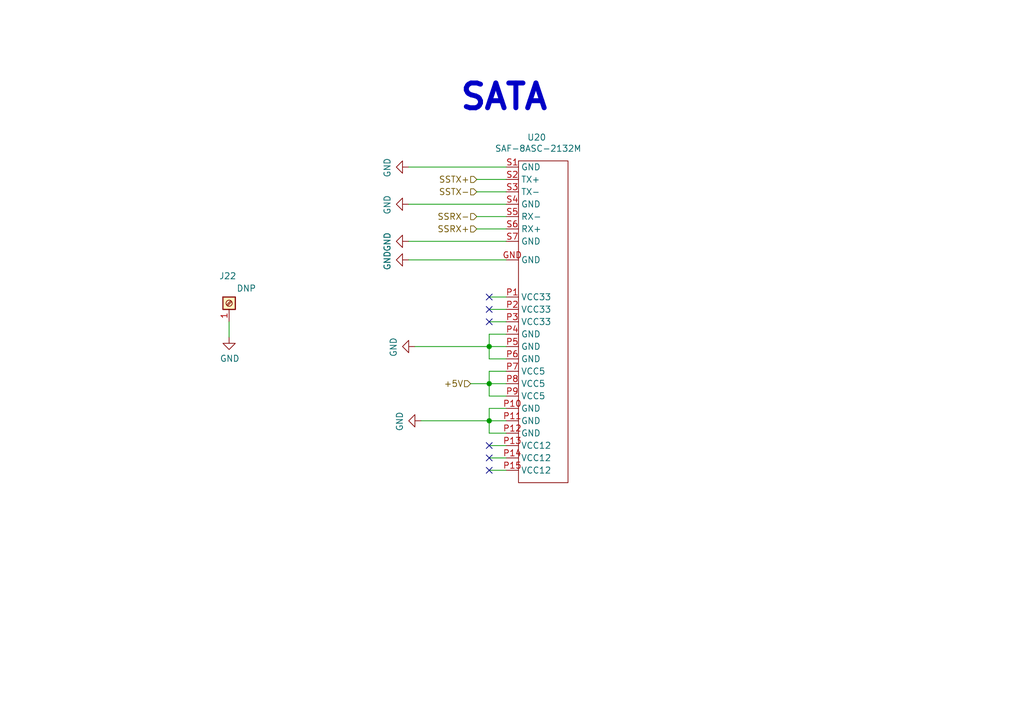
<source format=kicad_sch>
(kicad_sch (version 20231120) (generator "eeschema") (generator_version "8.0")
  (paper "A5")
  (lib_symbols
    (symbol "SATA:SATA"
      (property "Reference" "U20" (at -0.7856 9.9091 0))
      (property "Value" "SAF-8ASC-2132M" (at 1.5004 7.6231 0))
      (symbol "SATA_0_1"
        (rectangle (start -2.54 5.08) (end 7.62 -60.96))
      )
      (symbol "SATA_1_1"
        (pin input line (at -5.08 -15.24 0) (length 2.54) (name "GND") (number "GND"))
        (pin input line (at -5.08 -22.86 0) (length 2.54) (name "VCC33") (number "P1"))
        (pin input line (at -5.08 -45.72 0) (length 2.54) (name "GND") (number "P10"))
        (pin input line (at -5.08 -48.26 0) (length 2.54) (name "GND") (number "P11"))
        (pin input line (at -5.08 -50.8 0) (length 2.54) (name "GND") (number "P12"))
        (pin input line (at -5.08 -53.34 0) (length 2.54) (name "VCC12") (number "P13"))
        (pin input line (at -5.08 -55.88 0) (length 2.54) (name "VCC12") (number "P14"))
        (pin input line (at -5.08 -58.42 0) (length 2.54) (name "VCC12") (number "P15"))
        (pin input line (at -5.08 -25.4 0) (length 2.54) (name "VCC33") (number "P2"))
        (pin input line (at -5.08 -27.94 0) (length 2.54) (name "VCC33") (number "P3"))
        (pin input line (at -5.08 -30.48 0) (length 2.54) (name "GND") (number "P4"))
        (pin input line (at -5.08 -33.02 0) (length 2.54) (name "GND") (number "P5"))
        (pin input line (at -5.08 -35.56 0) (length 2.54) (name "GND") (number "P6"))
        (pin input line (at -5.08 -38.1 0) (length 2.54) (name "VCC5") (number "P7"))
        (pin input line (at -5.08 -40.64 0) (length 2.54) (name "VCC5") (number "P8"))
        (pin input line (at -5.08 -43.18 0) (length 2.54) (name "VCC5") (number "P9"))
        (pin input line (at -5.08 3.81 0) (length 2.54) (name "GND") (number "S1"))
        (pin input line (at -5.08 1.27 0) (length 2.54) (name "TX+") (number "S2"))
        (pin input line (at -5.08 -1.27 0) (length 2.54) (name "TX-") (number "S3"))
        (pin input line (at -5.08 -3.81 0) (length 2.54) (name "GND") (number "S4"))
        (pin input line (at -5.08 -6.35 0) (length 2.54) (name "RX-") (number "S5"))
        (pin input line (at -5.08 -8.89 0) (length 2.54) (name "RX+") (number "S6"))
        (pin input line (at -5.08 -11.43 0) (length 2.54) (name "GND") (number "S7"))
      )
    )
    (symbol "Screw_Terminal_01x01_1" (pin_names (offset 1.016) hide)
      (property "Reference" "J30" (at 2.8515 1.2701 0))
      (property "Value" "M3x*0.5 L=6" (at 2.8515 -1.2699 0))
      (symbol "Screw_Terminal_01x01_1_1_1"
        (rectangle (start -1.27 1.27) (end 1.27 -1.27) (stroke (width 0.254)) (fill (type background)))
        (polyline (pts (xy -0.5334 0.3302) (xy 0.3302 -0.508)) (stroke (width 0.1524)))
        (polyline (pts (xy -0.3556 0.508) (xy 0.508 -0.3302)) (stroke (width 0.1524)))
        (circle (center 0 0) (radius 0.635) (stroke (width 0.1524)))
        (pin input line (at -3.81 0 0) (length 2.54) (name "1") (number "1"))
      )
    )
    (symbol "power:GND" (power) (pin_names (offset 0))
      (property "Value" "GND" (at 0 -3.81 0))
      (symbol "GND_0_1"
        (polyline (pts (xy 0 0) (xy 0 -1.27) (xy 1.27 -1.27) (xy 0 -2.54) (xy -1.27 -1.27) (xy 0 -1.27)))
      )
      (symbol "GND_1_1"
        (pin power_in line (at 0 0 270) (length 0) hide (name "GND") (number "1"))
      )
    )
  )
  (junction (at 100.33 71.12))
  (junction (at 100.33 86.36))
  (junction (at 100.33 78.74))
  (no_connect (at 100.33 96.52))
  (no_connect (at 100.33 66.04))
  (no_connect (at 100.33 63.5))
  (no_connect (at 100.33 91.44))
  (no_connect (at 100.33 93.98))
  (no_connect (at 100.33 60.96))
  (wire (pts (xy 100.33 63.5) (xy 103.7916 63.5)))
  (wire (pts (xy 100.33 93.98) (xy 103.7916 93.98)))
  (wire (pts (xy 100.33 86.36) (xy 100.33 88.9)))
  (wire (pts (xy 100.33 73.66) (xy 100.33 71.12)))
  (wire (pts (xy 97.79 39.37) (xy 103.7916 39.37)))
  (wire (pts (xy 100.33 73.66) (xy 103.7916 73.66)))
  (wire (pts (xy 100.33 76.2) (xy 100.33 78.74)))
  (wire (pts (xy 100.33 83.82) (xy 100.33 86.36)))
  (wire (pts (xy 86.36 86.36) (xy 100.33 86.36)))
  (wire (pts (xy 83.82 41.91) (xy 103.7916 41.91)))
  (wire (pts (xy 46.99 69.1897) (xy 46.99 66.04)))
  (wire (pts (xy 97.79 44.45) (xy 103.7916 44.45)))
  (wire (pts (xy 100.33 88.9) (xy 103.7916 88.9)))
  (wire (pts (xy 100.33 96.52) (xy 103.7916 96.52)))
  (wire (pts (xy 100.33 60.96) (xy 103.7916 60.96)))
  (wire (pts (xy 97.79 46.99) (xy 103.7916 46.99)))
  (wire (pts (xy 100.33 91.44) (xy 103.7916 91.44)))
  (wire (pts (xy 100.33 71.12) (xy 103.7916 71.12)))
  (wire (pts (xy 100.33 78.74) (xy 103.7916 78.74)))
  (wire (pts (xy 100.33 78.74) (xy 96.52 78.74)))
  (wire (pts (xy 100.33 68.58) (xy 103.7916 68.58)))
  (wire (pts (xy 97.79 36.83) (xy 103.7916 36.83)))
  (wire (pts (xy 100.33 76.2) (xy 103.7916 76.2)))
  (wire (pts (xy 100.33 81.28) (xy 103.7916 81.28)))
  (wire (pts (xy 100.33 83.82) (xy 103.7916 83.82)))
  (wire (pts (xy 83.82 49.53) (xy 103.7916 49.53)))
  (wire (pts (xy 83.82 53.34) (xy 103.7916 53.34)))
  (wire (pts (xy 100.33 81.28) (xy 100.33 78.74)))
  (wire (pts (xy 100.33 86.36) (xy 103.7916 86.36)))
  (wire (pts (xy 100.33 66.04) (xy 103.7916 66.04)))
  (wire (pts (xy 103.7916 34.29) (xy 83.82 34.29)))
  (wire (pts (xy 100.33 71.12) (xy 100.33 68.58)))
  (wire (pts (xy 85.09 71.12) (xy 100.33 71.12)))
  (text "SATA" (at 103.378 20.066 0) (effects (font (size 5.08 5.08) (bold yes))))
  (hierarchical_label "SSTX-" (shape input) (at 97.79 39.37 180))
  (hierarchical_label "+5V" (shape input) (at 96.52 78.74 180))
  (hierarchical_label "SSRX-" (shape input) (at 97.79 44.45 180))
  (hierarchical_label "SSTX+" (shape input) (at 97.79 36.83 180))
  (hierarchical_label "SSRX+" (shape input) (at 97.79 46.99 180))
  (symbol (lib_id "power:GND") (at 83.82 53.34 270) (unit 1)
    (property "Reference" "#PWR0121" (effects (hide yes)))
    (property "Value" "GND" (at 79.4258 53.467 0))
  )
  (symbol (lib_id "power:GND") (at 46.99 69.1897 0) (unit 1)
    (property "Reference" "#PWR0212" (effects (hide yes)))
    (property "Value" "GND" (at 47.117 73.5839 0))
  )
  (symbol (lib_id "power:GND") (at 83.82 34.29 270) (unit 1)
    (property "Reference" "#PWR0124" (effects (hide yes)))
    (property "Value" "GND" (at 79.4258 34.417 0))
  )
  (symbol (lib_id "power:GND") (at 83.82 41.91 270) (unit 1)
    (property "Reference" "#PWR0123" (effects (hide yes)))
    (property "Value" "GND" (at 79.4258 42.037 0))
  )
  (symbol (lib_id "power:GND") (at 83.82 49.53 270) (unit 1)
    (property "Reference" "#PWR0122" (effects (hide yes)))
    (property "Value" "GND" (at 79.4258 49.657 0))
  )
  (symbol (lib_name "Screw_Terminal_01x01_1") (lib_id "Connector:Screw_Terminal_01x01") (at 46.99 62.23 90) (unit 1)
    (property "Reference" "J22" (at 48.514 56.642 90) (effects (justify left)))
    (property "Value" "DNP" (at 52.578 59.182 90) (effects (justify left)))
    (property "Footprint" "Footprint:Screw Terminal Shinbo" (effects (hide yes)))
    (property "Description" "Board mounting elevator    M3 hole size, 4 pins PCB-64-M3" (effects (hide yes)))
  )
  (symbol (lib_id "power:GND") (at 86.36 86.36 270) (unit 1)
    (property "Reference" "#PWR0119" (effects (hide yes)))
    (property "Value" "GND" (at 81.9658 86.487 0))
  )
  (symbol (lib_id "SATA:SATA") (at 108.8716 38.1 0) (unit 1)
    (property "Reference" "U20" (at 108.086 28.1909 0) (effects (justify left)))
    (property "Value" "SAF-8ASC-2132M" (at 110.372 30.4769 0))
    (property "Footprint" "SATA_Connector:SATA_Connector_5622-1200-ML" (effects (hide yes)))
    (property "MPN" "SAF-8ASC-2132M" (effects (hide yes)))
  )
  (symbol (lib_id "power:GND") (at 85.09 71.12 270) (unit 1)
    (property "Reference" "#PWR0120" (effects (hide yes)))
    (property "Value" "GND" (at 80.6958 71.247 0))
  )
)
</source>
